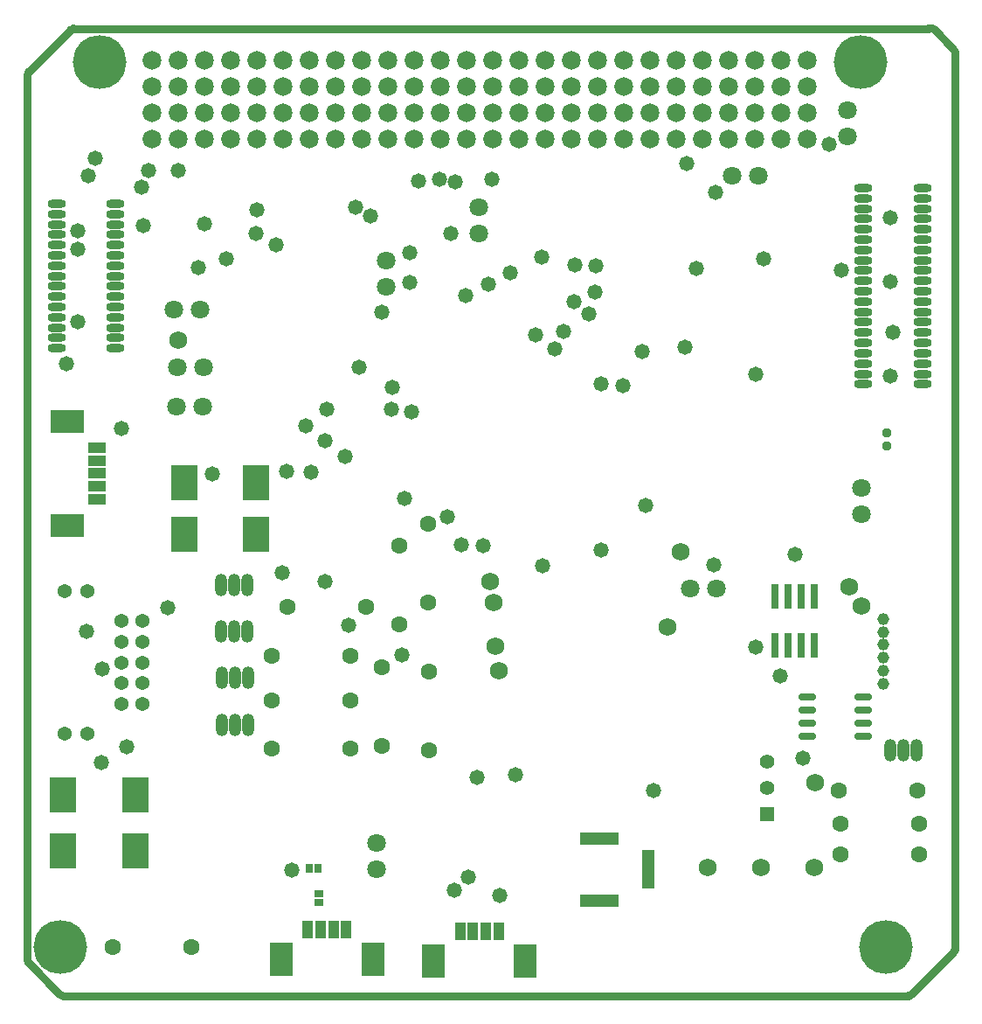
<source format=gts>
G04 Layer_Color=8388736*
%FSLAX43Y43*%
%MOMM*%
G71*
G01*
G75*
%ADD23C,0.762*%
%ADD24C,0.762*%
%ADD44C,1.727*%
%ADD78R,1.003X1.803*%
%ADD79R,0.813X0.762*%
%ADD80R,0.762X0.813*%
%ADD81R,0.762X2.388*%
%ADD82R,2.603X3.503*%
%ADD83O,1.703X0.753*%
%ADD84O,1.803X0.803*%
%ADD85R,1.803X1.003*%
%ADD86R,3.203X2.303*%
%ADD87R,1.403X1.403*%
%ADD88C,1.403*%
%ADD89C,1.370*%
%ADD90O,1.203X2.203*%
%ADD91O,1.203X2.203*%
%ADD92C,1.603*%
%ADD93R,2.303X3.203*%
%ADD94C,1.803*%
%ADD95C,1.152*%
%ADD96C,0.953*%
%ADD97R,3.803X1.303*%
%ADD98R,1.303X3.803*%
%ADD99C,1.828*%
%ADD100C,1.473*%
%ADD101C,5.203*%
D23*
X90170Y92202D02*
G03*
X90058Y92472I-381J0D01*
G01*
X90170Y92202D02*
G03*
X90058Y92471I-381J0D01*
G01*
X88154Y94376D02*
G03*
X87694Y94437I-270J-269D01*
G01*
X88153Y94376D02*
G03*
X87694Y94437I-269J-269D01*
G01*
X90058Y4988D02*
G03*
X90170Y5258I-269J269D01*
G01*
X90058Y4988D02*
G03*
X90170Y5258I-269J270D01*
G01*
X85700Y787D02*
G03*
X85969Y899I0J381D01*
G01*
X85700Y787D02*
G03*
X85969Y899I0J381D01*
G01*
X4775Y94437D02*
G03*
X4506Y94326I0J-381D01*
G01*
X4775Y94437D02*
G03*
X4505Y94325I0J-381D01*
G01*
X417Y90237D02*
G03*
X305Y89967I269J-270D01*
G01*
X416Y90236D02*
G03*
X305Y89967I269J-269D01*
G01*
X3464Y899D02*
G03*
X3734Y787I269J269D01*
G01*
X305Y4216D02*
G03*
X416Y3947I381J0D01*
G01*
X305Y4216D02*
G03*
X417Y3947I381J0D01*
G01*
X3464Y899D02*
G03*
X3734Y787I270J269D01*
G01*
X3439Y925D02*
G03*
X3439Y924I270J269D01*
G01*
X88153Y94376D02*
X88154Y94376D01*
X90058Y92472D01*
X90058Y92471D01*
X90170Y91821D02*
Y92202D01*
Y5258D02*
Y91821D01*
X90058Y4988D02*
X90058Y4988D01*
X85969Y899D02*
X90058Y4988D01*
X85969Y899D02*
X85969Y899D01*
X84506Y787D02*
X85700D01*
X4801Y94437D02*
X87694D01*
X4775D02*
X4801D01*
X4505Y94325D02*
X4506Y94326D01*
X417Y90237D02*
X4505Y94325D01*
X416Y90236D02*
X417Y90237D01*
X305Y4216D02*
Y89967D01*
X3734Y787D02*
X84506D01*
X416Y3947D02*
X417Y3947D01*
X3439Y925D01*
X3439Y924D01*
X3439Y924D01*
X3464Y899D01*
X3464Y899D01*
D24*
X3439Y924D02*
D03*
D44*
X45187Y40869D02*
D03*
X45669Y34595D02*
D03*
X45491Y38862D02*
D03*
X46025Y32233D02*
D03*
X81178Y38506D02*
D03*
X79934Y40411D02*
D03*
X76632Y21387D02*
D03*
X62332Y36449D02*
D03*
X14910Y64287D02*
D03*
X63602Y43739D02*
D03*
X66270Y13183D02*
D03*
X76530D02*
D03*
X71400D02*
D03*
D78*
X45990Y7036D02*
D03*
X44740D02*
D03*
X43490D02*
D03*
X42240D02*
D03*
X31222Y7229D02*
D03*
X29972D02*
D03*
X28722D02*
D03*
X27472D02*
D03*
D79*
X28575Y10630D02*
D03*
Y9792D02*
D03*
D80*
X28461Y13106D02*
D03*
X27622D02*
D03*
D81*
X72720Y39472D02*
D03*
X73990D02*
D03*
X75260D02*
D03*
X76530D02*
D03*
Y34747D02*
D03*
X75260D02*
D03*
X73990D02*
D03*
X72720D02*
D03*
D82*
X22474Y50444D02*
D03*
X15524D02*
D03*
X22474Y45441D02*
D03*
X15524D02*
D03*
X3789Y20193D02*
D03*
X10739D02*
D03*
X3789Y14834D02*
D03*
X10739D02*
D03*
D83*
X81321Y25933D02*
D03*
Y27203D02*
D03*
Y28473D02*
D03*
Y29743D02*
D03*
X75921Y25933D02*
D03*
Y27203D02*
D03*
Y28473D02*
D03*
Y29743D02*
D03*
D84*
X87031Y59994D02*
D03*
Y60994D02*
D03*
Y61994D02*
D03*
Y62994D02*
D03*
Y63994D02*
D03*
Y64994D02*
D03*
Y65994D02*
D03*
Y66994D02*
D03*
Y67994D02*
D03*
Y68994D02*
D03*
Y69994D02*
D03*
Y70994D02*
D03*
Y71994D02*
D03*
Y72994D02*
D03*
Y73994D02*
D03*
Y74994D02*
D03*
Y75994D02*
D03*
Y76994D02*
D03*
Y77994D02*
D03*
Y78994D02*
D03*
X81331D02*
D03*
Y77994D02*
D03*
Y76994D02*
D03*
Y75994D02*
D03*
Y74994D02*
D03*
Y73994D02*
D03*
Y72994D02*
D03*
Y71994D02*
D03*
Y70994D02*
D03*
Y69994D02*
D03*
Y68994D02*
D03*
Y67994D02*
D03*
Y66994D02*
D03*
Y65994D02*
D03*
Y64994D02*
D03*
Y63994D02*
D03*
Y62994D02*
D03*
Y61994D02*
D03*
Y60994D02*
D03*
Y59994D02*
D03*
X8824Y63470D02*
D03*
Y64470D02*
D03*
Y65470D02*
D03*
Y66470D02*
D03*
Y67470D02*
D03*
Y68470D02*
D03*
Y69470D02*
D03*
Y70470D02*
D03*
Y71470D02*
D03*
Y72470D02*
D03*
Y73470D02*
D03*
Y74470D02*
D03*
Y75470D02*
D03*
Y76470D02*
D03*
Y77470D02*
D03*
X3124D02*
D03*
Y76470D02*
D03*
Y75470D02*
D03*
Y74470D02*
D03*
Y73470D02*
D03*
Y72470D02*
D03*
Y71470D02*
D03*
Y70470D02*
D03*
Y69470D02*
D03*
Y68470D02*
D03*
Y67470D02*
D03*
Y66470D02*
D03*
Y65470D02*
D03*
Y64470D02*
D03*
Y63470D02*
D03*
D85*
X7042Y53855D02*
D03*
Y52605D02*
D03*
Y51355D02*
D03*
Y50105D02*
D03*
Y48855D02*
D03*
D86*
X4142Y56405D02*
D03*
Y46305D02*
D03*
D87*
X72034Y18364D02*
D03*
D88*
Y20904D02*
D03*
Y23444D02*
D03*
D89*
X11449Y29045D02*
D03*
X9449D02*
D03*
X11449Y31045D02*
D03*
X9449D02*
D03*
X11449Y33045D02*
D03*
X9449D02*
D03*
X11449Y35045D02*
D03*
X9449D02*
D03*
X11449Y37045D02*
D03*
X9449D02*
D03*
X6159Y39970D02*
D03*
X3899D02*
D03*
X6159Y26120D02*
D03*
X3899D02*
D03*
D90*
X19126Y27000D02*
D03*
Y31572D02*
D03*
X19075Y36043D02*
D03*
Y40589D02*
D03*
X85192Y24562D02*
D03*
D91*
X20396Y27000D02*
D03*
X21666D02*
D03*
X20396Y31572D02*
D03*
X21666D02*
D03*
X20345Y36043D02*
D03*
X21615D02*
D03*
X20345Y40589D02*
D03*
X21615D02*
D03*
X83922Y24562D02*
D03*
X86462D02*
D03*
D92*
X34671Y32563D02*
D03*
Y24943D02*
D03*
X36347Y44399D02*
D03*
Y36779D02*
D03*
X39167Y46482D02*
D03*
Y38862D02*
D03*
X39192Y24562D02*
D03*
Y32182D02*
D03*
X25527Y38430D02*
D03*
X33147D02*
D03*
X24003Y33731D02*
D03*
X31623D02*
D03*
X24028Y29362D02*
D03*
X31648D02*
D03*
X23978Y24714D02*
D03*
X31598D02*
D03*
X86589Y20625D02*
D03*
X78969D02*
D03*
X79146Y17399D02*
D03*
X86766D02*
D03*
X79070Y14453D02*
D03*
X86690D02*
D03*
X16205Y5461D02*
D03*
X8585D02*
D03*
D93*
X33772Y4329D02*
D03*
X24922D02*
D03*
X48540Y4136D02*
D03*
X39690D02*
D03*
D94*
X17348Y61671D02*
D03*
X14808D02*
D03*
X67081Y40208D02*
D03*
X64541D02*
D03*
X71120Y80162D02*
D03*
X68580D02*
D03*
X44069Y74549D02*
D03*
Y77089D02*
D03*
X79756Y86487D02*
D03*
Y83947D02*
D03*
X34112Y13030D02*
D03*
Y15570D02*
D03*
X14732Y57861D02*
D03*
X17272D02*
D03*
X14529Y67259D02*
D03*
X17069D02*
D03*
X81153Y49911D02*
D03*
Y47371D02*
D03*
X35052Y71958D02*
D03*
Y69418D02*
D03*
D95*
X83267Y32259D02*
D03*
Y37259D02*
D03*
Y34759D02*
D03*
Y31009D02*
D03*
Y36009D02*
D03*
Y33509D02*
D03*
D96*
X83591Y54020D02*
D03*
Y55275D02*
D03*
D97*
X55753Y9957D02*
D03*
Y16007D02*
D03*
D98*
X60453Y13007D02*
D03*
D99*
X12421Y91364D02*
D03*
Y88824D02*
D03*
Y86284D02*
D03*
Y83744D02*
D03*
X14961Y91364D02*
D03*
Y88824D02*
D03*
Y86284D02*
D03*
Y83744D02*
D03*
X17501Y91364D02*
D03*
Y88824D02*
D03*
Y86284D02*
D03*
Y83744D02*
D03*
X20041Y91364D02*
D03*
Y88824D02*
D03*
Y86284D02*
D03*
Y83744D02*
D03*
X22581Y91364D02*
D03*
Y88824D02*
D03*
Y86284D02*
D03*
Y83744D02*
D03*
X25121Y91364D02*
D03*
Y88824D02*
D03*
Y86284D02*
D03*
Y83744D02*
D03*
X27661Y91364D02*
D03*
Y88824D02*
D03*
Y86284D02*
D03*
Y83744D02*
D03*
X30201Y91364D02*
D03*
Y88824D02*
D03*
Y86284D02*
D03*
Y83744D02*
D03*
X32741Y91364D02*
D03*
Y88824D02*
D03*
Y86284D02*
D03*
Y83744D02*
D03*
X35281Y91364D02*
D03*
Y88824D02*
D03*
Y86284D02*
D03*
Y83744D02*
D03*
X37821Y91364D02*
D03*
Y88824D02*
D03*
X40361Y86284D02*
D03*
Y83744D02*
D03*
Y91364D02*
D03*
Y88824D02*
D03*
X42901Y86284D02*
D03*
Y83744D02*
D03*
Y91364D02*
D03*
Y88824D02*
D03*
X45441Y86284D02*
D03*
Y83744D02*
D03*
Y91364D02*
D03*
Y88824D02*
D03*
X47981Y86284D02*
D03*
Y83744D02*
D03*
Y91364D02*
D03*
Y88824D02*
D03*
X50521Y86284D02*
D03*
Y83744D02*
D03*
Y91364D02*
D03*
Y88824D02*
D03*
X53061Y86284D02*
D03*
Y83744D02*
D03*
Y91364D02*
D03*
Y88824D02*
D03*
X55601Y86284D02*
D03*
Y83744D02*
D03*
Y91364D02*
D03*
Y88824D02*
D03*
X58141Y86284D02*
D03*
Y83744D02*
D03*
Y91364D02*
D03*
Y88824D02*
D03*
X60681Y86284D02*
D03*
Y83744D02*
D03*
Y91364D02*
D03*
Y88824D02*
D03*
X63221Y86284D02*
D03*
Y83744D02*
D03*
Y91364D02*
D03*
Y88824D02*
D03*
X65761Y86284D02*
D03*
Y83744D02*
D03*
Y91364D02*
D03*
Y88824D02*
D03*
X68301Y86284D02*
D03*
Y83744D02*
D03*
Y91364D02*
D03*
Y88824D02*
D03*
X70841Y86284D02*
D03*
Y83744D02*
D03*
Y91364D02*
D03*
Y88824D02*
D03*
X73381Y86284D02*
D03*
Y83744D02*
D03*
Y91364D02*
D03*
Y88824D02*
D03*
X75921Y86284D02*
D03*
Y83744D02*
D03*
Y91364D02*
D03*
Y88824D02*
D03*
X37821Y86284D02*
D03*
Y83744D02*
D03*
D100*
X41351Y74549D02*
D03*
X44450Y44374D02*
D03*
X42342Y44425D02*
D03*
X50241Y42418D02*
D03*
X35585Y57556D02*
D03*
X66802Y42469D02*
D03*
X34671Y66954D02*
D03*
X29312Y57607D02*
D03*
X43891Y21946D02*
D03*
X22581Y76860D02*
D03*
X17475Y75514D02*
D03*
X37389Y69850D02*
D03*
Y72695D02*
D03*
X33553Y76251D02*
D03*
X32131Y77165D02*
D03*
X47066Y70790D02*
D03*
X45009Y69672D02*
D03*
X50114Y72314D02*
D03*
X45314Y79858D02*
D03*
X53365Y71501D02*
D03*
X55372Y71450D02*
D03*
X65113Y71209D02*
D03*
X79172Y70994D02*
D03*
X78003Y83185D02*
D03*
X14935Y80696D02*
D03*
X74727Y43485D02*
D03*
X49530Y64770D02*
D03*
X52261Y65138D02*
D03*
X64211Y81356D02*
D03*
X41808Y79553D02*
D03*
X38202Y79680D02*
D03*
X60960Y20625D02*
D03*
X25972Y12967D02*
D03*
X12065Y80696D02*
D03*
X6909Y81890D02*
D03*
X5232Y66040D02*
D03*
X36627Y33757D02*
D03*
X13919Y38329D02*
D03*
X9931Y24867D02*
D03*
X7544Y32461D02*
D03*
X6071Y36093D02*
D03*
X70866Y34519D02*
D03*
X36855Y48895D02*
D03*
X40970Y47117D02*
D03*
X31115Y52972D02*
D03*
X75489Y23774D02*
D03*
X73304Y31725D02*
D03*
X84171Y64994D02*
D03*
X29134Y40919D02*
D03*
X24968Y41732D02*
D03*
X83972Y76124D02*
D03*
X83896Y69926D02*
D03*
Y60808D02*
D03*
X6198Y80188D02*
D03*
X5232Y73101D02*
D03*
X24372Y73470D02*
D03*
X22428Y74574D02*
D03*
X16866Y71298D02*
D03*
X19558Y72136D02*
D03*
X40284Y79858D02*
D03*
X11405Y79045D02*
D03*
X25425Y51587D02*
D03*
X27762Y51486D02*
D03*
X27280Y55931D02*
D03*
X29134Y54534D02*
D03*
X11582Y75387D02*
D03*
X7442Y23393D02*
D03*
X4064Y61976D02*
D03*
X66980Y78588D02*
D03*
X32461Y61671D02*
D03*
X9398Y55702D02*
D03*
X35636Y59690D02*
D03*
X59919Y63119D02*
D03*
X51410Y63424D02*
D03*
X70917Y60985D02*
D03*
X71659Y72105D02*
D03*
X42824Y68555D02*
D03*
X53315Y67996D02*
D03*
X54762Y66802D02*
D03*
X55347Y68885D02*
D03*
X37541Y57277D02*
D03*
X60198Y48260D02*
D03*
X55880Y60046D02*
D03*
X55931Y43967D02*
D03*
X58039Y59817D02*
D03*
X64059Y63551D02*
D03*
X31420Y36678D02*
D03*
X43028Y12268D02*
D03*
X41707Y10973D02*
D03*
X47650Y22174D02*
D03*
X46101Y10490D02*
D03*
X5156Y74879D02*
D03*
X18263Y51308D02*
D03*
D101*
X7326Y91179D02*
D03*
X81026D02*
D03*
X83526Y5479D02*
D03*
X3526D02*
D03*
M02*

</source>
